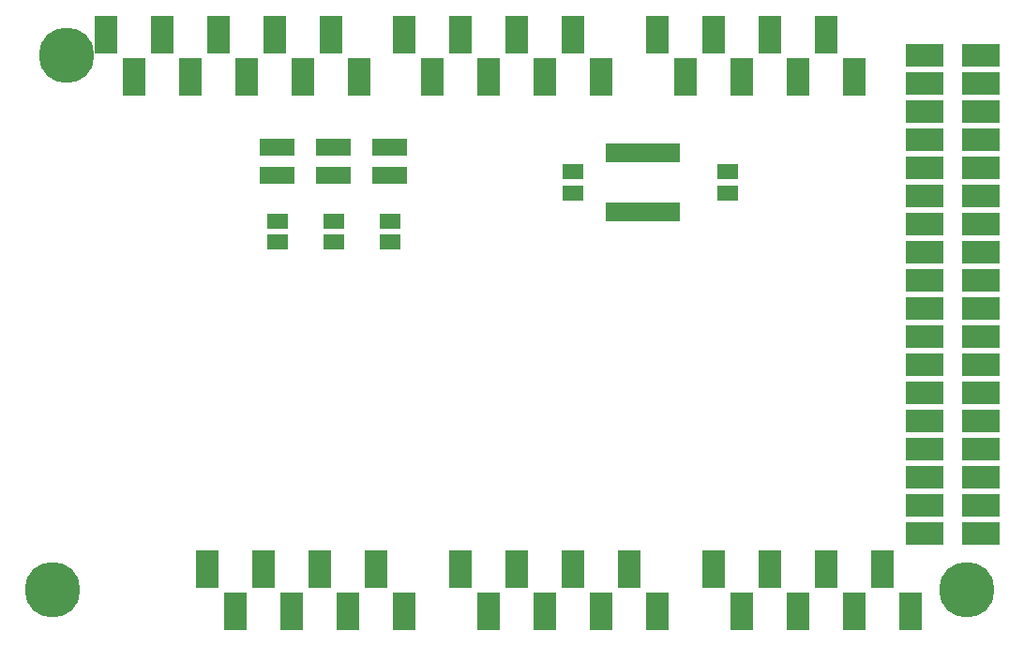
<source format=gts>
G04 (created by PCBNEW-RS274X (2012-01-19 BZR 3256)-stable) date 16/02/2013 15:24:50*
G01*
G70*
G90*
%MOIN*%
G04 Gerber Fmt 3.4, Leading zero omitted, Abs format*
%FSLAX34Y34*%
G04 APERTURE LIST*
%ADD10C,0.006000*%
%ADD11R,0.080000X0.138100*%
%ADD12R,0.036000X0.070000*%
%ADD13R,0.075000X0.055000*%
%ADD14R,0.047600X0.059400*%
%ADD15R,0.138100X0.080000*%
%ADD16C,0.197200*%
G04 APERTURE END LIST*
G54D10*
G54D11*
X07000Y02250D03*
X08000Y00750D03*
X09000Y02250D03*
X10000Y00750D03*
X11000Y02250D03*
X12000Y00750D03*
X13000Y02250D03*
X14000Y00750D03*
X16000Y02250D03*
X17000Y00750D03*
X18000Y02250D03*
X19000Y00750D03*
X20000Y02250D03*
X21000Y00750D03*
X22000Y02250D03*
X23000Y00750D03*
X25000Y02250D03*
X26000Y00750D03*
X27000Y02250D03*
X28000Y00750D03*
X29000Y02250D03*
X30000Y00750D03*
X31000Y02250D03*
X32000Y00750D03*
X14000Y21250D03*
X15000Y19750D03*
X16000Y21250D03*
X17000Y19750D03*
X18000Y21250D03*
X19000Y19750D03*
X20000Y21250D03*
X21000Y19750D03*
X23000Y21250D03*
X24000Y19750D03*
X25000Y21250D03*
X26000Y19750D03*
X27000Y21250D03*
X28000Y19750D03*
X29000Y21250D03*
X30000Y19750D03*
X03400Y21250D03*
X04400Y19750D03*
X05400Y21250D03*
X06400Y19750D03*
X07400Y21250D03*
X08400Y19750D03*
X09400Y21250D03*
X10400Y19750D03*
X11400Y21250D03*
X12400Y19750D03*
G54D12*
X21350Y14950D03*
X21600Y14950D03*
X21860Y14950D03*
X22120Y14950D03*
X22370Y14950D03*
X22630Y14950D03*
X22890Y14950D03*
X23140Y14950D03*
X23400Y14950D03*
X23650Y14950D03*
X23650Y17050D03*
X23400Y17050D03*
X23140Y17050D03*
X22890Y17050D03*
X22630Y17050D03*
X22370Y17050D03*
X22120Y17050D03*
X21860Y17050D03*
X21600Y17050D03*
X21350Y17050D03*
G54D13*
X25500Y15625D03*
X25500Y16375D03*
X20000Y16375D03*
X20000Y15625D03*
X09500Y13875D03*
X09500Y14625D03*
X11500Y13875D03*
X11500Y14625D03*
X13500Y13875D03*
X13500Y14625D03*
G54D14*
X09125Y17250D03*
X09500Y17250D03*
X09875Y17250D03*
X09875Y16250D03*
X09500Y16250D03*
X09125Y16250D03*
X11125Y17250D03*
X11500Y17250D03*
X11875Y17250D03*
X11875Y16250D03*
X11500Y16250D03*
X11125Y16250D03*
X13125Y17250D03*
X13500Y17250D03*
X13875Y17250D03*
X13875Y16250D03*
X13500Y16250D03*
X13125Y16250D03*
G54D15*
X32500Y20500D03*
X34500Y20500D03*
X32500Y15500D03*
X34500Y19500D03*
X32500Y14500D03*
X34500Y18500D03*
X32500Y13500D03*
X34500Y17500D03*
X32500Y12500D03*
X34500Y16500D03*
X32500Y11500D03*
X34500Y15500D03*
X32500Y10500D03*
X34500Y14500D03*
X32500Y09500D03*
X34500Y13500D03*
X32500Y08500D03*
X34500Y12500D03*
X32500Y07500D03*
X34500Y11500D03*
X32500Y06500D03*
X34500Y10500D03*
X32500Y05500D03*
X34500Y09500D03*
X34500Y08500D03*
X32500Y04500D03*
X34500Y07500D03*
X34500Y05500D03*
X34500Y04500D03*
X34500Y03500D03*
X32500Y03500D03*
X32500Y19500D03*
X32500Y18500D03*
X32500Y17500D03*
X32500Y16500D03*
X34500Y06500D03*
G54D16*
X01500Y01500D03*
X02000Y20500D03*
X34000Y01500D03*
M02*

</source>
